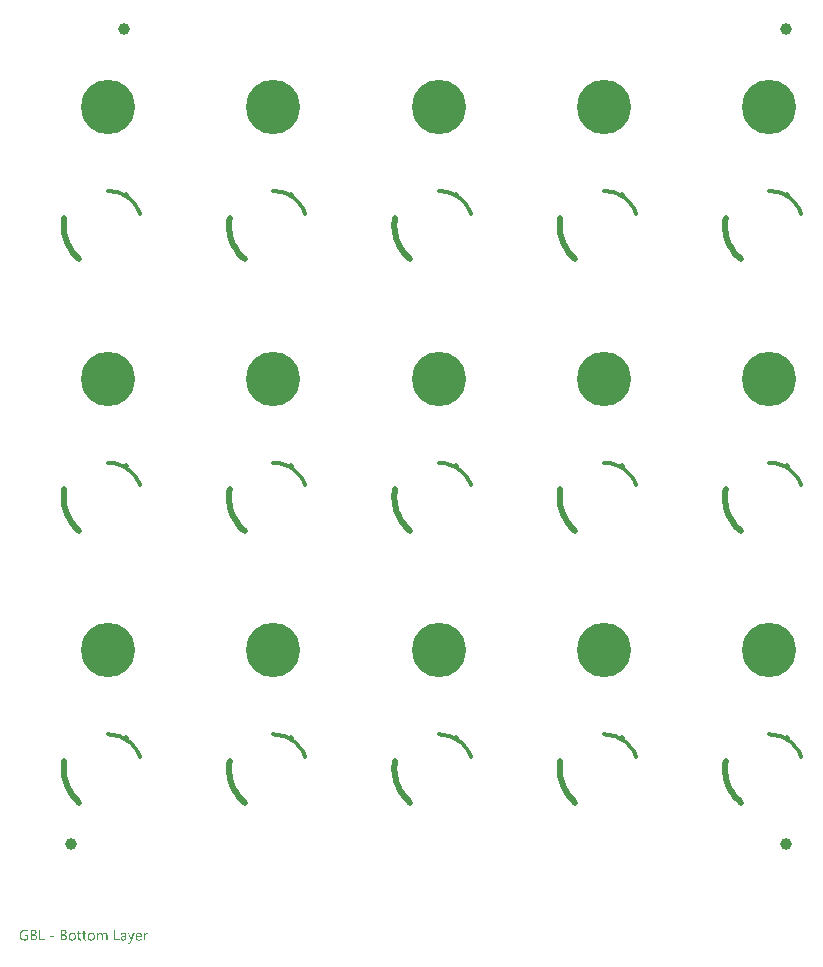
<source format=gbl>
G04*
G04 #@! TF.GenerationSoftware,Altium Limited,Altium Designer,22.11.1 (43)*
G04*
G04 Layer_Physical_Order=2*
G04 Layer_Color=16711680*
%FSLAX44Y44*%
%MOMM*%
G71*
G04*
G04 #@! TF.SameCoordinates,A5472EDE-B7E4-43DC-9BD9-ACA13087276E*
G04*
G04*
G04 #@! TF.FilePolarity,Positive*
G04*
G01*
G75*
%ADD12C,1.0000*%
%ADD13C,0.5000*%
%ADD15C,0.3500*%
%ADD16C,0.5000*%
%ADD17C,0.3500*%
%ADD18C,4.6000*%
G36*
X26144Y-32441D02*
X26270Y-32449D01*
X26419Y-32457D01*
X26576Y-32472D01*
X26756Y-32496D01*
X26945Y-32519D01*
X27141Y-32551D01*
X27345Y-32590D01*
X27549Y-32637D01*
X27753Y-32692D01*
X27957Y-32755D01*
X28161Y-32825D01*
X28349Y-32912D01*
X28349Y-34065D01*
X28334Y-34058D01*
X28302Y-34034D01*
X28240Y-34003D01*
X28161Y-33956D01*
X28051Y-33909D01*
X27926Y-33846D01*
X27784Y-33791D01*
X27620Y-33720D01*
X27447Y-33657D01*
X27251Y-33595D01*
X27039Y-33540D01*
X26811Y-33493D01*
X26568Y-33445D01*
X26317Y-33414D01*
X26058Y-33391D01*
X25783Y-33383D01*
X25720Y-33383D01*
X25642Y-33391D01*
X25532Y-33398D01*
X25406Y-33414D01*
X25257Y-33438D01*
X25092Y-33469D01*
X24912Y-33508D01*
X24723Y-33563D01*
X24527Y-33634D01*
X24323Y-33720D01*
X24111Y-33822D01*
X23907Y-33940D01*
X23711Y-34073D01*
X23515Y-34238D01*
X23326Y-34419D01*
X23319Y-34427D01*
X23287Y-34466D01*
X23240Y-34521D01*
X23177Y-34607D01*
X23107Y-34709D01*
X23020Y-34827D01*
X22934Y-34976D01*
X22848Y-35141D01*
X22761Y-35321D01*
X22675Y-35525D01*
X22589Y-35745D01*
X22518Y-35981D01*
X22455Y-36232D01*
X22408Y-36498D01*
X22377Y-36789D01*
X22369Y-37087D01*
X22369Y-37095D01*
X22369Y-37103D01*
X22369Y-37126D01*
X22369Y-37158D01*
X22369Y-37205D01*
X22377Y-37252D01*
X22385Y-37370D01*
X22392Y-37511D01*
X22416Y-37676D01*
X22439Y-37856D01*
X22479Y-38053D01*
X22526Y-38265D01*
X22589Y-38484D01*
X22659Y-38704D01*
X22746Y-38932D01*
X22848Y-39151D01*
X22965Y-39363D01*
X23099Y-39567D01*
X23256Y-39756D01*
X23264Y-39764D01*
X23295Y-39795D01*
X23350Y-39842D01*
X23421Y-39905D01*
X23507Y-39976D01*
X23617Y-40062D01*
X23742Y-40148D01*
X23891Y-40234D01*
X24056Y-40329D01*
X24237Y-40415D01*
X24433Y-40493D01*
X24653Y-40572D01*
X24880Y-40635D01*
X25132Y-40682D01*
X25391Y-40713D01*
X25673Y-40721D01*
X25775Y-40721D01*
X25846Y-40713D01*
X25940Y-40705D01*
X26042Y-40697D01*
X26160Y-40690D01*
X26293Y-40666D01*
X26427Y-40650D01*
X26576Y-40619D01*
X26874Y-40548D01*
X27031Y-40501D01*
X27180Y-40438D01*
X27329Y-40376D01*
X27478Y-40305D01*
X27478Y-37801D01*
X25524Y-37801D01*
X25524Y-36852D01*
X28530Y-36852D01*
X28530Y-40902D01*
X28514Y-40909D01*
X28467Y-40933D01*
X28397Y-40972D01*
X28295Y-41019D01*
X28169Y-41074D01*
X28020Y-41137D01*
X27847Y-41208D01*
X27651Y-41278D01*
X27439Y-41349D01*
X27204Y-41420D01*
X26960Y-41482D01*
X26701Y-41537D01*
X26427Y-41584D01*
X26136Y-41624D01*
X25846Y-41647D01*
X25540Y-41655D01*
X25453Y-41655D01*
X25414Y-41647D01*
X25359Y-41647D01*
X25296Y-41639D01*
X25226Y-41639D01*
X25061Y-41616D01*
X24873Y-41592D01*
X24669Y-41553D01*
X24441Y-41498D01*
X24198Y-41435D01*
X23946Y-41357D01*
X23688Y-41255D01*
X23428Y-41137D01*
X23169Y-40996D01*
X22918Y-40831D01*
X22675Y-40643D01*
X22447Y-40431D01*
X22432Y-40415D01*
X22400Y-40376D01*
X22338Y-40305D01*
X22267Y-40203D01*
X22173Y-40085D01*
X22078Y-39936D01*
X21969Y-39756D01*
X21859Y-39560D01*
X21749Y-39340D01*
X21639Y-39089D01*
X21545Y-38822D01*
X21451Y-38531D01*
X21380Y-38225D01*
X21317Y-37888D01*
X21286Y-37534D01*
X21270Y-37166D01*
X21270Y-37158D01*
X21270Y-37142D01*
X21270Y-37111D01*
X21270Y-37071D01*
X21278Y-37024D01*
X21278Y-36962D01*
X21286Y-36899D01*
X21294Y-36820D01*
X21302Y-36734D01*
X21309Y-36648D01*
X21341Y-36444D01*
X21380Y-36208D01*
X21435Y-35965D01*
X21505Y-35698D01*
X21592Y-35423D01*
X21694Y-35141D01*
X21820Y-34858D01*
X21976Y-34576D01*
X22149Y-34293D01*
X22353Y-34026D01*
X22581Y-33767D01*
X22596Y-33751D01*
X22644Y-33712D01*
X22714Y-33642D01*
X22816Y-33555D01*
X22950Y-33461D01*
X23099Y-33343D01*
X23279Y-33226D01*
X23491Y-33100D01*
X23719Y-32975D01*
X23970Y-32857D01*
X24237Y-32739D01*
X24535Y-32645D01*
X24849Y-32559D01*
X25179Y-32488D01*
X25532Y-32449D01*
X25901Y-32433D01*
X26042Y-32433D01*
X26144Y-32441D01*
X26144Y-32441D02*
G37*
G36*
X93768Y-34992D02*
X93815Y-34992D01*
X93870Y-34999D01*
X94003Y-35023D01*
X94160Y-35062D01*
X94341Y-35117D01*
X94529Y-35203D01*
X94725Y-35306D01*
X94827Y-35376D01*
X94921Y-35447D01*
X95015Y-35525D01*
X95110Y-35619D01*
X95204Y-35721D01*
X95290Y-35831D01*
X95369Y-35949D01*
X95447Y-36083D01*
X95518Y-36224D01*
X95581Y-36381D01*
X95636Y-36546D01*
X95690Y-36726D01*
X95722Y-36915D01*
X95753Y-37126D01*
X95769Y-37346D01*
X95777Y-37582D01*
X95777Y-41506D01*
X94756Y-41506D01*
X94756Y-37848D01*
X94756Y-37833D01*
X94756Y-37801D01*
X94756Y-37747D01*
X94749Y-37676D01*
X94749Y-37589D01*
X94741Y-37487D01*
X94733Y-37378D01*
X94717Y-37260D01*
X94678Y-37009D01*
X94615Y-36758D01*
X94584Y-36632D01*
X94537Y-36522D01*
X94482Y-36412D01*
X94427Y-36318D01*
X94427Y-36310D01*
X94411Y-36295D01*
X94396Y-36271D01*
X94364Y-36247D01*
X94333Y-36208D01*
X94286Y-36169D01*
X94231Y-36130D01*
X94168Y-36083D01*
X94097Y-36035D01*
X94019Y-35996D01*
X93925Y-35957D01*
X93830Y-35918D01*
X93721Y-35894D01*
X93595Y-35871D01*
X93469Y-35855D01*
X93328Y-35847D01*
X93265Y-35847D01*
X93218Y-35855D01*
X93163Y-35863D01*
X93101Y-35879D01*
X92943Y-35918D01*
X92857Y-35949D01*
X92771Y-35996D01*
X92677Y-36043D01*
X92590Y-36098D01*
X92496Y-36169D01*
X92402Y-36247D01*
X92308Y-36342D01*
X92221Y-36444D01*
X92214Y-36451D01*
X92206Y-36467D01*
X92182Y-36506D01*
X92151Y-36546D01*
X92119Y-36608D01*
X92080Y-36679D01*
X92033Y-36758D01*
X91994Y-36844D01*
X91955Y-36946D01*
X91908Y-37056D01*
X91868Y-37174D01*
X91837Y-37299D01*
X91805Y-37432D01*
X91790Y-37574D01*
X91774Y-37715D01*
X91766Y-37872D01*
X91766Y-41506D01*
X90746Y-41506D01*
X90746Y-37723D01*
X90746Y-37715D01*
X90746Y-37699D01*
X90746Y-37676D01*
X90746Y-37644D01*
X90738Y-37597D01*
X90738Y-37550D01*
X90722Y-37432D01*
X90699Y-37291D01*
X90667Y-37126D01*
X90628Y-36962D01*
X90565Y-36781D01*
X90487Y-36608D01*
X90393Y-36444D01*
X90275Y-36279D01*
X90134Y-36137D01*
X89969Y-36020D01*
X89875Y-35973D01*
X89773Y-35926D01*
X89663Y-35894D01*
X89553Y-35871D01*
X89427Y-35855D01*
X89294Y-35847D01*
X89231Y-35847D01*
X89184Y-35855D01*
X89121Y-35863D01*
X89058Y-35879D01*
X88902Y-35918D01*
X88815Y-35949D01*
X88729Y-35988D01*
X88635Y-36028D01*
X88540Y-36083D01*
X88446Y-36153D01*
X88352Y-36224D01*
X88266Y-36310D01*
X88179Y-36412D01*
X88172Y-36420D01*
X88164Y-36436D01*
X88140Y-36467D01*
X88109Y-36514D01*
X88077Y-36569D01*
X88046Y-36632D01*
X88007Y-36710D01*
X87968Y-36805D01*
X87920Y-36907D01*
X87881Y-37016D01*
X87850Y-37134D01*
X87818Y-37260D01*
X87787Y-37401D01*
X87763Y-37550D01*
X87756Y-37707D01*
X87748Y-37872D01*
X87748Y-41506D01*
X86727Y-41506D01*
X86727Y-35133D01*
X87748Y-35133D01*
X87748Y-36145D01*
X87771Y-36145D01*
X87779Y-36130D01*
X87803Y-36098D01*
X87842Y-36035D01*
X87897Y-35965D01*
X87968Y-35879D01*
X88054Y-35777D01*
X88156Y-35674D01*
X88274Y-35564D01*
X88407Y-35455D01*
X88556Y-35353D01*
X88721Y-35251D01*
X88894Y-35164D01*
X89090Y-35094D01*
X89302Y-35031D01*
X89522Y-34999D01*
X89757Y-34984D01*
X89820Y-34984D01*
X89867Y-34992D01*
X89922Y-34992D01*
X89992Y-34999D01*
X90063Y-35015D01*
X90142Y-35031D01*
X90322Y-35070D01*
X90510Y-35141D01*
X90699Y-35227D01*
X90793Y-35290D01*
X90887Y-35353D01*
X90895Y-35361D01*
X90911Y-35368D01*
X90934Y-35392D01*
X90966Y-35415D01*
X91052Y-35502D01*
X91154Y-35604D01*
X91264Y-35745D01*
X91374Y-35910D01*
X91476Y-36098D01*
X91554Y-36310D01*
X91562Y-36295D01*
X91586Y-36255D01*
X91633Y-36185D01*
X91688Y-36106D01*
X91766Y-36004D01*
X91853Y-35886D01*
X91962Y-35769D01*
X92088Y-35643D01*
X92229Y-35525D01*
X92386Y-35400D01*
X92559Y-35290D01*
X92747Y-35188D01*
X92959Y-35109D01*
X93179Y-35039D01*
X93422Y-34999D01*
X93673Y-34984D01*
X93728Y-34984D01*
X93768Y-34992D01*
X93768Y-34992D02*
G37*
G36*
X129369Y-35031D02*
X129455Y-35031D01*
X129549Y-35047D01*
X129651Y-35062D01*
X129753Y-35078D01*
X129840Y-35109D01*
X129840Y-36169D01*
X129824Y-36161D01*
X129793Y-36137D01*
X129730Y-36106D01*
X129644Y-36067D01*
X129526Y-36028D01*
X129400Y-35996D01*
X129243Y-35973D01*
X129063Y-35965D01*
X129000Y-35965D01*
X128953Y-35973D01*
X128898Y-35981D01*
X128835Y-35996D01*
X128686Y-36043D01*
X128600Y-36075D01*
X128513Y-36114D01*
X128419Y-36169D01*
X128325Y-36224D01*
X128239Y-36295D01*
X128145Y-36381D01*
X128058Y-36475D01*
X127972Y-36585D01*
X127964Y-36593D01*
X127956Y-36616D01*
X127933Y-36648D01*
X127901Y-36695D01*
X127870Y-36758D01*
X127830Y-36836D01*
X127791Y-36922D01*
X127752Y-37024D01*
X127713Y-37134D01*
X127674Y-37260D01*
X127634Y-37401D01*
X127603Y-37550D01*
X127571Y-37715D01*
X127548Y-37888D01*
X127540Y-38068D01*
X127532Y-38265D01*
X127532Y-41506D01*
X126512Y-41506D01*
X126512Y-35133D01*
X127532Y-35133D01*
X127532Y-36451D01*
X127556Y-36451D01*
X127556Y-36444D01*
X127564Y-36420D01*
X127579Y-36389D01*
X127595Y-36342D01*
X127619Y-36287D01*
X127650Y-36216D01*
X127721Y-36067D01*
X127815Y-35894D01*
X127933Y-35721D01*
X128066Y-35557D01*
X128223Y-35400D01*
X128231Y-35392D01*
X128246Y-35384D01*
X128270Y-35368D01*
X128301Y-35337D01*
X128341Y-35313D01*
X128396Y-35282D01*
X128513Y-35211D01*
X128663Y-35141D01*
X128835Y-35078D01*
X129024Y-35039D01*
X129125Y-35031D01*
X129228Y-35023D01*
X129290Y-35023D01*
X129369Y-35031D01*
X129369Y-35031D02*
G37*
G36*
X50522Y-38359D02*
X47123Y-38359D01*
X47123Y-37558D01*
X50522Y-37558D01*
X50522Y-38359D01*
X50522Y-38359D02*
G37*
G36*
X115822Y-42526D02*
X115822Y-42534D01*
X115814Y-42550D01*
X115799Y-42573D01*
X115783Y-42613D01*
X115767Y-42660D01*
X115744Y-42707D01*
X115681Y-42832D01*
X115595Y-42982D01*
X115500Y-43154D01*
X115383Y-43327D01*
X115249Y-43515D01*
X115100Y-43696D01*
X114935Y-43876D01*
X114755Y-44049D01*
X114558Y-44198D01*
X114347Y-44324D01*
X114237Y-44371D01*
X114119Y-44418D01*
X114001Y-44457D01*
X113876Y-44481D01*
X113750Y-44496D01*
X113617Y-44504D01*
X113554Y-44504D01*
X113475Y-44496D01*
X113381Y-44496D01*
X113279Y-44481D01*
X113169Y-44465D01*
X113052Y-44449D01*
X112950Y-44418D01*
X112950Y-43507D01*
X112965Y-43515D01*
X113005Y-43523D01*
X113067Y-43539D01*
X113146Y-43562D01*
X113240Y-43586D01*
X113342Y-43601D01*
X113452Y-43609D01*
X113554Y-43617D01*
X113585Y-43617D01*
X113625Y-43609D01*
X113680Y-43601D01*
X113742Y-43586D01*
X113821Y-43570D01*
X113899Y-43539D01*
X113993Y-43499D01*
X114080Y-43452D01*
X114182Y-43390D01*
X114276Y-43319D01*
X114370Y-43233D01*
X114464Y-43123D01*
X114558Y-43005D01*
X114637Y-42864D01*
X114715Y-42699D01*
X115226Y-41498D01*
X112738Y-35133D01*
X113868Y-35133D01*
X115595Y-40038D01*
X115595Y-40046D01*
X115602Y-40062D01*
X115610Y-40085D01*
X115626Y-40132D01*
X115642Y-40195D01*
X115657Y-40282D01*
X115689Y-40391D01*
X115720Y-40525D01*
X115759Y-40525D01*
X115759Y-40517D01*
X115767Y-40493D01*
X115775Y-40462D01*
X115791Y-40407D01*
X115807Y-40344D01*
X115822Y-40266D01*
X115854Y-40164D01*
X115885Y-40054D01*
X117698Y-35133D01*
X118750Y-35133D01*
X115822Y-42526D01*
X115822Y-42526D02*
G37*
G36*
X109606Y-34992D02*
X109661Y-34992D01*
X109716Y-34999D01*
X109787Y-35007D01*
X109865Y-35023D01*
X110030Y-35054D01*
X110226Y-35109D01*
X110422Y-35180D01*
X110634Y-35282D01*
X110846Y-35408D01*
X110948Y-35478D01*
X111050Y-35564D01*
X111144Y-35659D01*
X111239Y-35753D01*
X111325Y-35863D01*
X111403Y-35988D01*
X111482Y-36114D01*
X111552Y-36255D01*
X111608Y-36412D01*
X111662Y-36577D01*
X111702Y-36750D01*
X111733Y-36946D01*
X111749Y-37142D01*
X111757Y-37362D01*
X111757Y-41506D01*
X110736Y-41506D01*
X110736Y-40517D01*
X110713Y-40517D01*
X110705Y-40533D01*
X110681Y-40564D01*
X110642Y-40619D01*
X110587Y-40697D01*
X110517Y-40784D01*
X110430Y-40878D01*
X110336Y-40980D01*
X110218Y-41082D01*
X110085Y-41192D01*
X109944Y-41294D01*
X109779Y-41388D01*
X109606Y-41474D01*
X109410Y-41553D01*
X109206Y-41608D01*
X108986Y-41639D01*
X108751Y-41655D01*
X108656Y-41655D01*
X108594Y-41647D01*
X108515Y-41639D01*
X108421Y-41631D01*
X108319Y-41616D01*
X108209Y-41592D01*
X107966Y-41529D01*
X107848Y-41490D01*
X107722Y-41443D01*
X107597Y-41388D01*
X107479Y-41318D01*
X107369Y-41239D01*
X107259Y-41153D01*
X107252Y-41145D01*
X107236Y-41129D01*
X107212Y-41098D01*
X107173Y-41059D01*
X107134Y-41012D01*
X107094Y-40949D01*
X107040Y-40878D01*
X106993Y-40800D01*
X106945Y-40705D01*
X106898Y-40603D01*
X106851Y-40493D01*
X106812Y-40376D01*
X106773Y-40250D01*
X106749Y-40117D01*
X106734Y-39968D01*
X106726Y-39818D01*
X106726Y-39811D01*
X106726Y-39795D01*
X106726Y-39771D01*
X106734Y-39740D01*
X106734Y-39701D01*
X106741Y-39654D01*
X106757Y-39536D01*
X106788Y-39395D01*
X106835Y-39238D01*
X106898Y-39065D01*
X106993Y-38884D01*
X107102Y-38704D01*
X107236Y-38523D01*
X107322Y-38437D01*
X107409Y-38351D01*
X107510Y-38265D01*
X107612Y-38186D01*
X107730Y-38108D01*
X107856Y-38037D01*
X107989Y-37974D01*
X108138Y-37911D01*
X108295Y-37856D01*
X108460Y-37809D01*
X108641Y-37770D01*
X108829Y-37739D01*
X110736Y-37472D01*
X110736Y-37464D01*
X110736Y-37456D01*
X110736Y-37432D01*
X110736Y-37401D01*
X110728Y-37323D01*
X110713Y-37221D01*
X110697Y-37095D01*
X110666Y-36954D01*
X110626Y-36813D01*
X110571Y-36655D01*
X110501Y-36506D01*
X110414Y-36357D01*
X110312Y-36224D01*
X110187Y-36098D01*
X110030Y-35996D01*
X109857Y-35918D01*
X109763Y-35886D01*
X109653Y-35863D01*
X109543Y-35855D01*
X109426Y-35847D01*
X109371Y-35847D01*
X109316Y-35855D01*
X109229Y-35863D01*
X109127Y-35871D01*
X109010Y-35886D01*
X108876Y-35910D01*
X108735Y-35941D01*
X108578Y-35988D01*
X108413Y-36035D01*
X108240Y-36098D01*
X108060Y-36177D01*
X107879Y-36271D01*
X107699Y-36373D01*
X107518Y-36491D01*
X107346Y-36632D01*
X107346Y-35588D01*
X107353Y-35580D01*
X107385Y-35564D01*
X107440Y-35533D01*
X107510Y-35494D01*
X107605Y-35447D01*
X107707Y-35400D01*
X107832Y-35345D01*
X107974Y-35282D01*
X108123Y-35227D01*
X108287Y-35172D01*
X108468Y-35125D01*
X108656Y-35078D01*
X108861Y-35039D01*
X109065Y-35007D01*
X109284Y-34992D01*
X109512Y-34984D01*
X109567Y-34984D01*
X109606Y-34992D01*
X109606Y-34992D02*
G37*
G36*
X102385Y-40564D02*
X105972Y-40564D01*
X105972Y-41506D01*
X101341Y-41506D01*
X101341Y-32582D01*
X102385Y-32582D01*
X102385Y-40564D01*
X102385Y-40564D02*
G37*
G36*
X58716Y-32590D02*
X58810Y-32598D01*
X58920Y-32613D01*
X59045Y-32629D01*
X59187Y-32653D01*
X59328Y-32684D01*
X59477Y-32723D01*
X59634Y-32770D01*
X59783Y-32825D01*
X59940Y-32888D01*
X60081Y-32967D01*
X60223Y-33053D01*
X60356Y-33155D01*
X60364Y-33163D01*
X60388Y-33179D01*
X60419Y-33210D01*
X60458Y-33257D01*
X60513Y-33312D01*
X60568Y-33383D01*
X60631Y-33461D01*
X60694Y-33547D01*
X60756Y-33649D01*
X60819Y-33759D01*
X60874Y-33885D01*
X60929Y-34011D01*
X60968Y-34152D01*
X61000Y-34301D01*
X61023Y-34458D01*
X61031Y-34623D01*
X61031Y-34631D01*
X61031Y-34654D01*
X61031Y-34693D01*
X61023Y-34748D01*
X61015Y-34819D01*
X61007Y-34890D01*
X61000Y-34976D01*
X60984Y-35070D01*
X60929Y-35282D01*
X60858Y-35502D01*
X60811Y-35619D01*
X60756Y-35729D01*
X60694Y-35839D01*
X60623Y-35949D01*
X60615Y-35957D01*
X60607Y-35973D01*
X60584Y-36004D01*
X60545Y-36043D01*
X60505Y-36083D01*
X60458Y-36137D01*
X60395Y-36192D01*
X60333Y-36255D01*
X60254Y-36318D01*
X60168Y-36389D01*
X60074Y-36451D01*
X59971Y-36522D01*
X59862Y-36585D01*
X59752Y-36640D01*
X59493Y-36742D01*
X59493Y-36765D01*
X59501Y-36765D01*
X59532Y-36773D01*
X59579Y-36781D01*
X59642Y-36789D01*
X59720Y-36805D01*
X59807Y-36828D01*
X59909Y-36860D01*
X60011Y-36891D01*
X60238Y-36977D01*
X60364Y-37032D01*
X60482Y-37103D01*
X60599Y-37174D01*
X60717Y-37252D01*
X60835Y-37346D01*
X60937Y-37448D01*
X60945Y-37456D01*
X60960Y-37472D01*
X60984Y-37503D01*
X61023Y-37550D01*
X61062Y-37613D01*
X61110Y-37676D01*
X61157Y-37762D01*
X61212Y-37848D01*
X61259Y-37950D01*
X61306Y-38068D01*
X61353Y-38186D01*
X61392Y-38319D01*
X61431Y-38468D01*
X61455Y-38618D01*
X61471Y-38775D01*
X61479Y-38947D01*
X61479Y-38963D01*
X61479Y-38994D01*
X61471Y-39057D01*
X61463Y-39136D01*
X61455Y-39238D01*
X61431Y-39348D01*
X61408Y-39473D01*
X61376Y-39607D01*
X61329Y-39756D01*
X61274Y-39905D01*
X61212Y-40054D01*
X61133Y-40211D01*
X61039Y-40368D01*
X60929Y-40517D01*
X60803Y-40658D01*
X60654Y-40800D01*
X60647Y-40807D01*
X60615Y-40831D01*
X60568Y-40862D01*
X60505Y-40909D01*
X60427Y-40964D01*
X60325Y-41019D01*
X60215Y-41090D01*
X60089Y-41153D01*
X59940Y-41216D01*
X59783Y-41278D01*
X59618Y-41341D01*
X59430Y-41396D01*
X59234Y-41443D01*
X59030Y-41474D01*
X58810Y-41498D01*
X58582Y-41506D01*
X55984Y-41506D01*
X55984Y-32582D01*
X58629Y-32582D01*
X58716Y-32590D01*
X58716Y-32590D02*
G37*
G36*
X38953Y-40564D02*
X42540Y-40564D01*
X42540Y-41506D01*
X37909Y-41506D01*
X37909Y-32582D01*
X38953Y-32582D01*
X38953Y-40564D01*
X38953Y-40564D02*
G37*
G36*
X33333Y-32590D02*
X33428Y-32598D01*
X33537Y-32613D01*
X33663Y-32629D01*
X33804Y-32653D01*
X33946Y-32684D01*
X34095Y-32723D01*
X34252Y-32770D01*
X34401Y-32825D01*
X34558Y-32888D01*
X34699Y-32967D01*
X34840Y-33053D01*
X34974Y-33155D01*
X34982Y-33163D01*
X35005Y-33179D01*
X35036Y-33210D01*
X35076Y-33257D01*
X35131Y-33312D01*
X35186Y-33383D01*
X35248Y-33461D01*
X35311Y-33547D01*
X35374Y-33649D01*
X35437Y-33759D01*
X35492Y-33885D01*
X35547Y-34011D01*
X35586Y-34152D01*
X35617Y-34301D01*
X35641Y-34458D01*
X35649Y-34623D01*
X35649Y-34631D01*
X35649Y-34654D01*
X35649Y-34693D01*
X35641Y-34748D01*
X35633Y-34819D01*
X35625Y-34890D01*
X35617Y-34976D01*
X35602Y-35070D01*
X35547Y-35282D01*
X35476Y-35502D01*
X35429Y-35619D01*
X35374Y-35729D01*
X35311Y-35839D01*
X35241Y-35949D01*
X35233Y-35957D01*
X35225Y-35973D01*
X35201Y-36004D01*
X35162Y-36043D01*
X35123Y-36083D01*
X35076Y-36137D01*
X35013Y-36192D01*
X34950Y-36255D01*
X34872Y-36318D01*
X34785Y-36389D01*
X34691Y-36451D01*
X34589Y-36522D01*
X34479Y-36585D01*
X34369Y-36640D01*
X34110Y-36742D01*
X34110Y-36765D01*
X34118Y-36765D01*
X34150Y-36773D01*
X34197Y-36781D01*
X34260Y-36789D01*
X34338Y-36805D01*
X34424Y-36828D01*
X34526Y-36860D01*
X34628Y-36891D01*
X34856Y-36977D01*
X34982Y-37032D01*
X35099Y-37103D01*
X35217Y-37174D01*
X35335Y-37252D01*
X35452Y-37346D01*
X35554Y-37448D01*
X35562Y-37456D01*
X35578Y-37472D01*
X35602Y-37503D01*
X35641Y-37550D01*
X35680Y-37613D01*
X35727Y-37676D01*
X35774Y-37762D01*
X35829Y-37848D01*
X35876Y-37950D01*
X35923Y-38068D01*
X35970Y-38186D01*
X36010Y-38319D01*
X36049Y-38468D01*
X36072Y-38618D01*
X36088Y-38775D01*
X36096Y-38947D01*
X36096Y-38963D01*
X36096Y-38994D01*
X36088Y-39057D01*
X36080Y-39136D01*
X36072Y-39238D01*
X36049Y-39348D01*
X36026Y-39473D01*
X35994Y-39607D01*
X35947Y-39756D01*
X35892Y-39905D01*
X35829Y-40054D01*
X35751Y-40211D01*
X35657Y-40368D01*
X35547Y-40517D01*
X35421Y-40658D01*
X35272Y-40800D01*
X35264Y-40807D01*
X35233Y-40831D01*
X35186Y-40862D01*
X35123Y-40909D01*
X35044Y-40964D01*
X34942Y-41019D01*
X34832Y-41090D01*
X34707Y-41153D01*
X34558Y-41216D01*
X34401Y-41278D01*
X34236Y-41341D01*
X34048Y-41396D01*
X33851Y-41443D01*
X33647Y-41474D01*
X33428Y-41498D01*
X33200Y-41506D01*
X30602Y-41506D01*
X30602Y-32582D01*
X33247Y-32582D01*
X33333Y-32590D01*
X33333Y-32590D02*
G37*
G36*
X76289Y-35133D02*
X77898Y-35133D01*
X77898Y-36012D01*
X76289Y-36012D01*
X76289Y-39599D01*
X76289Y-39607D01*
X76289Y-39630D01*
X76289Y-39662D01*
X76289Y-39701D01*
X76297Y-39756D01*
X76304Y-39818D01*
X76320Y-39952D01*
X76344Y-40109D01*
X76383Y-40258D01*
X76438Y-40399D01*
X76469Y-40462D01*
X76508Y-40517D01*
X76516Y-40525D01*
X76548Y-40556D01*
X76603Y-40603D01*
X76681Y-40650D01*
X76783Y-40705D01*
X76909Y-40745D01*
X77058Y-40776D01*
X77231Y-40792D01*
X77293Y-40792D01*
X77364Y-40784D01*
X77458Y-40768D01*
X77560Y-40737D01*
X77678Y-40705D01*
X77788Y-40650D01*
X77898Y-40580D01*
X77898Y-41451D01*
X77890Y-41451D01*
X77882Y-41459D01*
X77859Y-41467D01*
X77835Y-41482D01*
X77749Y-41514D01*
X77647Y-41545D01*
X77505Y-41577D01*
X77340Y-41608D01*
X77152Y-41631D01*
X76940Y-41639D01*
X76870Y-41639D01*
X76783Y-41624D01*
X76681Y-41608D01*
X76556Y-41584D01*
X76414Y-41537D01*
X76257Y-41482D01*
X76108Y-41404D01*
X75951Y-41310D01*
X75794Y-41184D01*
X75653Y-41035D01*
X75590Y-40949D01*
X75528Y-40855D01*
X75472Y-40753D01*
X75425Y-40643D01*
X75378Y-40525D01*
X75339Y-40391D01*
X75308Y-40258D01*
X75284Y-40109D01*
X75276Y-39952D01*
X75269Y-39779D01*
X75269Y-36012D01*
X74177Y-36012D01*
X74177Y-35133D01*
X75269Y-35133D01*
X75269Y-33579D01*
X76289Y-33249D01*
X76289Y-35133D01*
X76289Y-35133D02*
G37*
G36*
X71972Y-35133D02*
X73581Y-35133D01*
X73581Y-36012D01*
X71972Y-36012D01*
X71972Y-39599D01*
X71972Y-39607D01*
X71972Y-39630D01*
X71972Y-39662D01*
X71972Y-39701D01*
X71980Y-39756D01*
X71988Y-39818D01*
X72003Y-39952D01*
X72027Y-40109D01*
X72066Y-40258D01*
X72121Y-40399D01*
X72153Y-40462D01*
X72192Y-40517D01*
X72200Y-40525D01*
X72231Y-40556D01*
X72286Y-40603D01*
X72365Y-40650D01*
X72467Y-40705D01*
X72592Y-40745D01*
X72741Y-40776D01*
X72914Y-40792D01*
X72977Y-40792D01*
X73047Y-40784D01*
X73141Y-40768D01*
X73243Y-40737D01*
X73361Y-40705D01*
X73471Y-40650D01*
X73581Y-40580D01*
X73581Y-41451D01*
X73573Y-41451D01*
X73565Y-41459D01*
X73542Y-41467D01*
X73518Y-41482D01*
X73432Y-41514D01*
X73330Y-41545D01*
X73189Y-41577D01*
X73024Y-41608D01*
X72835Y-41631D01*
X72624Y-41639D01*
X72553Y-41639D01*
X72467Y-41624D01*
X72365Y-41608D01*
X72239Y-41584D01*
X72098Y-41537D01*
X71941Y-41482D01*
X71792Y-41404D01*
X71635Y-41310D01*
X71478Y-41184D01*
X71336Y-41035D01*
X71273Y-40949D01*
X71211Y-40855D01*
X71156Y-40753D01*
X71109Y-40643D01*
X71062Y-40525D01*
X71022Y-40391D01*
X70991Y-40258D01*
X70967Y-40109D01*
X70960Y-39952D01*
X70952Y-39779D01*
X70952Y-36012D01*
X69861Y-36012D01*
X69861Y-35133D01*
X70952Y-35133D01*
X70952Y-33579D01*
X71972Y-33249D01*
X71972Y-35133D01*
X71972Y-35133D02*
G37*
G36*
X122470Y-34992D02*
X122556Y-34999D01*
X122666Y-35007D01*
X122784Y-35023D01*
X122917Y-35054D01*
X123059Y-35086D01*
X123216Y-35125D01*
X123372Y-35180D01*
X123530Y-35251D01*
X123694Y-35329D01*
X123851Y-35423D01*
X124000Y-35533D01*
X124150Y-35659D01*
X124283Y-35800D01*
X124291Y-35808D01*
X124314Y-35839D01*
X124346Y-35886D01*
X124393Y-35949D01*
X124440Y-36028D01*
X124503Y-36130D01*
X124565Y-36247D01*
X124628Y-36381D01*
X124691Y-36538D01*
X124754Y-36703D01*
X124817Y-36891D01*
X124864Y-37087D01*
X124911Y-37307D01*
X124942Y-37534D01*
X124966Y-37786D01*
X124974Y-38045D01*
X124974Y-38578D01*
X120469Y-38578D01*
X120469Y-38594D01*
X120469Y-38626D01*
X120476Y-38680D01*
X120484Y-38751D01*
X120492Y-38845D01*
X120508Y-38947D01*
X120524Y-39057D01*
X120555Y-39183D01*
X120625Y-39450D01*
X120673Y-39583D01*
X120728Y-39724D01*
X120790Y-39858D01*
X120861Y-39991D01*
X120947Y-40109D01*
X121041Y-40227D01*
X121049Y-40234D01*
X121065Y-40250D01*
X121096Y-40282D01*
X121144Y-40313D01*
X121199Y-40360D01*
X121269Y-40407D01*
X121348Y-40462D01*
X121434Y-40509D01*
X121536Y-40564D01*
X121654Y-40619D01*
X121771Y-40666D01*
X121913Y-40713D01*
X122054Y-40745D01*
X122211Y-40776D01*
X122376Y-40792D01*
X122548Y-40800D01*
X122596Y-40800D01*
X122650Y-40792D01*
X122729Y-40792D01*
X122823Y-40776D01*
X122933Y-40760D01*
X123059Y-40737D01*
X123200Y-40713D01*
X123349Y-40674D01*
X123506Y-40627D01*
X123671Y-40572D01*
X123836Y-40501D01*
X124008Y-40423D01*
X124181Y-40329D01*
X124354Y-40219D01*
X124526Y-40093D01*
X124526Y-41051D01*
X124518Y-41059D01*
X124487Y-41074D01*
X124440Y-41106D01*
X124377Y-41145D01*
X124291Y-41192D01*
X124189Y-41239D01*
X124071Y-41294D01*
X123938Y-41349D01*
X123781Y-41412D01*
X123616Y-41467D01*
X123435Y-41514D01*
X123239Y-41561D01*
X123027Y-41600D01*
X122800Y-41631D01*
X122556Y-41647D01*
X122305Y-41655D01*
X122242Y-41655D01*
X122179Y-41647D01*
X122085Y-41639D01*
X121968Y-41631D01*
X121834Y-41608D01*
X121693Y-41584D01*
X121536Y-41545D01*
X121371Y-41498D01*
X121199Y-41443D01*
X121018Y-41372D01*
X120845Y-41294D01*
X120665Y-41192D01*
X120500Y-41074D01*
X120335Y-40941D01*
X120186Y-40792D01*
X120178Y-40784D01*
X120155Y-40753D01*
X120115Y-40697D01*
X120068Y-40627D01*
X120006Y-40541D01*
X119943Y-40431D01*
X119872Y-40305D01*
X119801Y-40156D01*
X119731Y-39999D01*
X119660Y-39811D01*
X119597Y-39614D01*
X119535Y-39395D01*
X119487Y-39159D01*
X119448Y-38908D01*
X119425Y-38633D01*
X119417Y-38351D01*
X119417Y-38343D01*
X119417Y-38335D01*
X119417Y-38312D01*
X119417Y-38288D01*
X119425Y-38210D01*
X119432Y-38100D01*
X119440Y-37974D01*
X119464Y-37833D01*
X119487Y-37668D01*
X119519Y-37487D01*
X119566Y-37299D01*
X119621Y-37103D01*
X119691Y-36899D01*
X119770Y-36695D01*
X119864Y-36498D01*
X119982Y-36295D01*
X120107Y-36106D01*
X120257Y-35926D01*
X120265Y-35918D01*
X120296Y-35886D01*
X120343Y-35839D01*
X120406Y-35777D01*
X120492Y-35706D01*
X120594Y-35627D01*
X120704Y-35541D01*
X120837Y-35455D01*
X120979Y-35368D01*
X121144Y-35282D01*
X121316Y-35203D01*
X121497Y-35133D01*
X121693Y-35070D01*
X121905Y-35023D01*
X122125Y-34992D01*
X122352Y-34984D01*
X122407Y-34984D01*
X122470Y-34992D01*
X122470Y-34992D02*
G37*
G36*
X82207Y-34992D02*
X82309Y-34999D01*
X82426Y-35007D01*
X82568Y-35031D01*
X82717Y-35054D01*
X82882Y-35094D01*
X83062Y-35141D01*
X83243Y-35196D01*
X83423Y-35266D01*
X83611Y-35353D01*
X83792Y-35455D01*
X83973Y-35572D01*
X84137Y-35706D01*
X84294Y-35863D01*
X84302Y-35871D01*
X84326Y-35902D01*
X84365Y-35957D01*
X84420Y-36028D01*
X84483Y-36114D01*
X84545Y-36224D01*
X84624Y-36349D01*
X84695Y-36498D01*
X84773Y-36663D01*
X84844Y-36844D01*
X84907Y-37040D01*
X84969Y-37260D01*
X85024Y-37495D01*
X85063Y-37747D01*
X85087Y-38013D01*
X85095Y-38296D01*
X85095Y-38304D01*
X85095Y-38312D01*
X85095Y-38335D01*
X85095Y-38366D01*
X85087Y-38445D01*
X85079Y-38547D01*
X85071Y-38680D01*
X85048Y-38830D01*
X85024Y-38994D01*
X84985Y-39175D01*
X84938Y-39363D01*
X84883Y-39567D01*
X84812Y-39771D01*
X84734Y-39976D01*
X84632Y-40180D01*
X84514Y-40376D01*
X84381Y-40564D01*
X84232Y-40745D01*
X84224Y-40753D01*
X84192Y-40784D01*
X84145Y-40831D01*
X84075Y-40886D01*
X83988Y-40957D01*
X83886Y-41035D01*
X83761Y-41114D01*
X83619Y-41200D01*
X83462Y-41286D01*
X83290Y-41365D01*
X83101Y-41443D01*
X82897Y-41514D01*
X82670Y-41569D01*
X82434Y-41616D01*
X82191Y-41647D01*
X81924Y-41655D01*
X81861Y-41655D01*
X81791Y-41647D01*
X81689Y-41639D01*
X81571Y-41631D01*
X81430Y-41608D01*
X81280Y-41584D01*
X81116Y-41545D01*
X80935Y-41498D01*
X80755Y-41435D01*
X80566Y-41365D01*
X80378Y-41278D01*
X80190Y-41176D01*
X80001Y-41059D01*
X79829Y-40925D01*
X79664Y-40768D01*
X79656Y-40760D01*
X79624Y-40729D01*
X79585Y-40674D01*
X79530Y-40603D01*
X79468Y-40517D01*
X79397Y-40407D01*
X79326Y-40282D01*
X79248Y-40132D01*
X79169Y-39976D01*
X79091Y-39795D01*
X79020Y-39599D01*
X78957Y-39387D01*
X78902Y-39167D01*
X78863Y-38924D01*
X78832Y-38665D01*
X78824Y-38398D01*
X78824Y-38390D01*
X78824Y-38382D01*
X78824Y-38359D01*
X78824Y-38327D01*
X78832Y-38241D01*
X78840Y-38131D01*
X78847Y-37998D01*
X78871Y-37841D01*
X78895Y-37668D01*
X78934Y-37480D01*
X78981Y-37283D01*
X79036Y-37079D01*
X79106Y-36867D01*
X79193Y-36655D01*
X79295Y-36451D01*
X79405Y-36255D01*
X79538Y-36067D01*
X79695Y-35886D01*
X79703Y-35879D01*
X79734Y-35847D01*
X79789Y-35800D01*
X79860Y-35745D01*
X79946Y-35674D01*
X80056Y-35604D01*
X80182Y-35517D01*
X80323Y-35431D01*
X80480Y-35353D01*
X80660Y-35266D01*
X80857Y-35196D01*
X81069Y-35125D01*
X81296Y-35070D01*
X81539Y-35023D01*
X81798Y-34992D01*
X82073Y-34984D01*
X82136Y-34984D01*
X82207Y-34992D01*
X82207Y-34992D02*
G37*
G36*
X66101Y-34992D02*
X66203Y-34999D01*
X66321Y-35007D01*
X66462Y-35031D01*
X66611Y-35054D01*
X66776Y-35094D01*
X66957Y-35141D01*
X67137Y-35196D01*
X67318Y-35266D01*
X67506Y-35353D01*
X67687Y-35455D01*
X67867Y-35572D01*
X68032Y-35706D01*
X68189Y-35863D01*
X68197Y-35871D01*
X68220Y-35902D01*
X68260Y-35957D01*
X68315Y-36028D01*
X68377Y-36114D01*
X68440Y-36224D01*
X68519Y-36349D01*
X68589Y-36498D01*
X68668Y-36663D01*
X68738Y-36844D01*
X68801Y-37040D01*
X68864Y-37260D01*
X68919Y-37495D01*
X68958Y-37747D01*
X68982Y-38013D01*
X68990Y-38296D01*
X68990Y-38304D01*
X68990Y-38312D01*
X68990Y-38335D01*
X68990Y-38366D01*
X68982Y-38445D01*
X68974Y-38547D01*
X68966Y-38680D01*
X68942Y-38830D01*
X68919Y-38994D01*
X68880Y-39175D01*
X68833Y-39363D01*
X68778Y-39567D01*
X68707Y-39771D01*
X68629Y-39976D01*
X68527Y-40180D01*
X68409Y-40376D01*
X68275Y-40564D01*
X68126Y-40745D01*
X68118Y-40753D01*
X68087Y-40784D01*
X68040Y-40831D01*
X67969Y-40886D01*
X67883Y-40957D01*
X67781Y-41035D01*
X67655Y-41114D01*
X67514Y-41200D01*
X67357Y-41286D01*
X67184Y-41365D01*
X66996Y-41443D01*
X66792Y-41514D01*
X66564Y-41569D01*
X66329Y-41616D01*
X66086Y-41647D01*
X65819Y-41655D01*
X65756Y-41655D01*
X65685Y-41647D01*
X65583Y-41639D01*
X65466Y-41631D01*
X65324Y-41608D01*
X65175Y-41584D01*
X65010Y-41545D01*
X64830Y-41498D01*
X64649Y-41435D01*
X64461Y-41365D01*
X64273Y-41278D01*
X64084Y-41176D01*
X63896Y-41059D01*
X63723Y-40925D01*
X63558Y-40768D01*
X63551Y-40760D01*
X63519Y-40729D01*
X63480Y-40674D01*
X63425Y-40603D01*
X63362Y-40517D01*
X63292Y-40407D01*
X63221Y-40282D01*
X63142Y-40132D01*
X63064Y-39976D01*
X62985Y-39795D01*
X62915Y-39599D01*
X62852Y-39387D01*
X62797Y-39167D01*
X62758Y-38924D01*
X62726Y-38665D01*
X62719Y-38398D01*
X62719Y-38390D01*
X62719Y-38382D01*
X62719Y-38359D01*
X62719Y-38327D01*
X62726Y-38241D01*
X62734Y-38131D01*
X62742Y-37998D01*
X62766Y-37841D01*
X62789Y-37668D01*
X62828Y-37480D01*
X62875Y-37283D01*
X62930Y-37079D01*
X63001Y-36867D01*
X63087Y-36655D01*
X63190Y-36451D01*
X63299Y-36255D01*
X63433Y-36067D01*
X63590Y-35886D01*
X63598Y-35879D01*
X63629Y-35847D01*
X63684Y-35800D01*
X63755Y-35745D01*
X63841Y-35674D01*
X63951Y-35604D01*
X64076Y-35517D01*
X64218Y-35431D01*
X64375Y-35353D01*
X64555Y-35266D01*
X64751Y-35196D01*
X64963Y-35125D01*
X65191Y-35070D01*
X65434Y-35023D01*
X65693Y-34992D01*
X65968Y-34984D01*
X66031Y-34984D01*
X66101Y-34992D01*
X66101Y-34992D02*
G37*
%LPC*%
G36*
X110736Y-38288D02*
X109198Y-38500D01*
X109190Y-38500D01*
X109167Y-38508D01*
X109127Y-38508D01*
X109080Y-38516D01*
X109025Y-38531D01*
X108955Y-38547D01*
X108798Y-38578D01*
X108625Y-38626D01*
X108452Y-38688D01*
X108280Y-38767D01*
X108201Y-38806D01*
X108131Y-38853D01*
X108115Y-38869D01*
X108076Y-38900D01*
X108013Y-38963D01*
X107950Y-39057D01*
X107887Y-39183D01*
X107856Y-39253D01*
X107824Y-39332D01*
X107801Y-39418D01*
X107785Y-39520D01*
X107777Y-39622D01*
X107769Y-39740D01*
X107769Y-39748D01*
X107769Y-39764D01*
X107769Y-39787D01*
X107777Y-39818D01*
X107785Y-39905D01*
X107809Y-40015D01*
X107848Y-40132D01*
X107911Y-40266D01*
X107989Y-40391D01*
X108099Y-40509D01*
X108107Y-40509D01*
X108115Y-40525D01*
X108162Y-40556D01*
X108233Y-40603D01*
X108335Y-40650D01*
X108468Y-40705D01*
X108617Y-40753D01*
X108798Y-40784D01*
X108994Y-40800D01*
X109065Y-40800D01*
X109120Y-40792D01*
X109182Y-40784D01*
X109261Y-40768D01*
X109339Y-40753D01*
X109433Y-40729D01*
X109630Y-40666D01*
X109732Y-40627D01*
X109841Y-40572D01*
X109944Y-40509D01*
X110046Y-40438D01*
X110148Y-40360D01*
X110242Y-40266D01*
X110250Y-40258D01*
X110265Y-40242D01*
X110289Y-40211D01*
X110320Y-40172D01*
X110359Y-40117D01*
X110399Y-40054D01*
X110446Y-39983D01*
X110493Y-39897D01*
X110532Y-39803D01*
X110579Y-39701D01*
X110618Y-39591D01*
X110658Y-39473D01*
X110689Y-39348D01*
X110713Y-39214D01*
X110728Y-39073D01*
X110736Y-38924D01*
X110736Y-38288D01*
X110736Y-38288D02*
G37*
G36*
X58386Y-33532D02*
X57028Y-33532D01*
X57028Y-36412D01*
X58182Y-36412D01*
X58237Y-36404D01*
X58308Y-36397D01*
X58394Y-36389D01*
X58488Y-36381D01*
X58590Y-36357D01*
X58802Y-36310D01*
X59030Y-36240D01*
X59140Y-36192D01*
X59250Y-36137D01*
X59352Y-36075D01*
X59446Y-36004D01*
X59454Y-35996D01*
X59469Y-35988D01*
X59493Y-35957D01*
X59524Y-35926D01*
X59563Y-35886D01*
X59603Y-35831D01*
X59650Y-35769D01*
X59697Y-35698D01*
X59736Y-35619D01*
X59783Y-35533D01*
X59822Y-35439D01*
X59862Y-35337D01*
X59893Y-35219D01*
X59917Y-35101D01*
X59932Y-34968D01*
X59940Y-34835D01*
X59940Y-34819D01*
X59940Y-34780D01*
X59932Y-34717D01*
X59917Y-34631D01*
X59885Y-34529D01*
X59854Y-34419D01*
X59799Y-34301D01*
X59728Y-34183D01*
X59634Y-34058D01*
X59524Y-33940D01*
X59383Y-33830D01*
X59218Y-33736D01*
X59124Y-33689D01*
X59022Y-33649D01*
X58912Y-33618D01*
X58794Y-33587D01*
X58669Y-33563D01*
X58527Y-33547D01*
X58386Y-33532D01*
X58386Y-33532D02*
G37*
G36*
X58229Y-37354D02*
X57028Y-37354D01*
X57028Y-40564D01*
X58535Y-40564D01*
X58598Y-40556D01*
X58677Y-40548D01*
X58763Y-40541D01*
X58865Y-40525D01*
X58975Y-40509D01*
X59202Y-40462D01*
X59438Y-40384D01*
X59556Y-40329D01*
X59665Y-40274D01*
X59767Y-40211D01*
X59869Y-40132D01*
X59877Y-40125D01*
X59893Y-40109D01*
X59917Y-40085D01*
X59948Y-40054D01*
X59987Y-40007D01*
X60034Y-39952D01*
X60074Y-39889D01*
X60128Y-39818D01*
X60176Y-39732D01*
X60215Y-39646D01*
X60262Y-39544D01*
X60301Y-39442D01*
X60333Y-39324D01*
X60356Y-39198D01*
X60372Y-39073D01*
X60380Y-38932D01*
X60380Y-38924D01*
X60380Y-38916D01*
X60380Y-38892D01*
X60372Y-38861D01*
X60364Y-38782D01*
X60348Y-38688D01*
X60317Y-38563D01*
X60270Y-38429D01*
X60199Y-38288D01*
X60113Y-38139D01*
X59995Y-37998D01*
X59932Y-37927D01*
X59854Y-37856D01*
X59775Y-37786D01*
X59681Y-37723D01*
X59579Y-37660D01*
X59469Y-37597D01*
X59352Y-37550D01*
X59226Y-37503D01*
X59085Y-37456D01*
X58935Y-37425D01*
X58779Y-37393D01*
X58606Y-37370D01*
X58425Y-37362D01*
X58229Y-37354D01*
X58229Y-37354D02*
G37*
G36*
X33004Y-33532D02*
X31646Y-33532D01*
X31646Y-36412D01*
X32800Y-36412D01*
X32855Y-36404D01*
X32925Y-36397D01*
X33012Y-36389D01*
X33106Y-36381D01*
X33208Y-36357D01*
X33420Y-36310D01*
X33647Y-36240D01*
X33757Y-36192D01*
X33867Y-36137D01*
X33969Y-36075D01*
X34063Y-36004D01*
X34071Y-35996D01*
X34087Y-35988D01*
X34110Y-35957D01*
X34142Y-35926D01*
X34181Y-35886D01*
X34220Y-35831D01*
X34267Y-35769D01*
X34314Y-35698D01*
X34354Y-35619D01*
X34401Y-35533D01*
X34440Y-35439D01*
X34479Y-35337D01*
X34511Y-35219D01*
X34534Y-35101D01*
X34550Y-34968D01*
X34558Y-34835D01*
X34558Y-34819D01*
X34558Y-34780D01*
X34550Y-34717D01*
X34534Y-34631D01*
X34503Y-34529D01*
X34471Y-34419D01*
X34416Y-34301D01*
X34346Y-34183D01*
X34252Y-34058D01*
X34142Y-33940D01*
X34000Y-33830D01*
X33836Y-33736D01*
X33742Y-33689D01*
X33640Y-33649D01*
X33530Y-33618D01*
X33412Y-33587D01*
X33286Y-33563D01*
X33145Y-33547D01*
X33004Y-33532D01*
X33004Y-33532D02*
G37*
G36*
X32847Y-37354D02*
X31646Y-37354D01*
X31646Y-40564D01*
X33153Y-40564D01*
X33216Y-40556D01*
X33294Y-40548D01*
X33380Y-40541D01*
X33482Y-40525D01*
X33592Y-40509D01*
X33820Y-40462D01*
X34056Y-40384D01*
X34173Y-40329D01*
X34283Y-40274D01*
X34385Y-40211D01*
X34487Y-40132D01*
X34495Y-40125D01*
X34511Y-40109D01*
X34534Y-40085D01*
X34566Y-40054D01*
X34605Y-40007D01*
X34652Y-39952D01*
X34691Y-39889D01*
X34746Y-39818D01*
X34793Y-39732D01*
X34832Y-39646D01*
X34880Y-39544D01*
X34919Y-39442D01*
X34950Y-39324D01*
X34974Y-39198D01*
X34989Y-39073D01*
X34997Y-38932D01*
X34997Y-38924D01*
X34997Y-38916D01*
X34997Y-38892D01*
X34989Y-38861D01*
X34982Y-38782D01*
X34966Y-38688D01*
X34934Y-38563D01*
X34887Y-38429D01*
X34817Y-38288D01*
X34730Y-38139D01*
X34613Y-37998D01*
X34550Y-37927D01*
X34471Y-37856D01*
X34393Y-37786D01*
X34299Y-37723D01*
X34197Y-37660D01*
X34087Y-37597D01*
X33969Y-37550D01*
X33844Y-37503D01*
X33702Y-37456D01*
X33553Y-37425D01*
X33396Y-37393D01*
X33224Y-37370D01*
X33043Y-37362D01*
X32847Y-37354D01*
X32847Y-37354D02*
G37*
G36*
X122337Y-35847D02*
X122266Y-35847D01*
X122219Y-35855D01*
X122156Y-35863D01*
X122078Y-35871D01*
X121999Y-35886D01*
X121913Y-35910D01*
X121716Y-35973D01*
X121614Y-36012D01*
X121512Y-36067D01*
X121410Y-36122D01*
X121300Y-36192D01*
X121206Y-36271D01*
X121104Y-36365D01*
X121096Y-36373D01*
X121081Y-36389D01*
X121057Y-36420D01*
X121026Y-36459D01*
X120986Y-36514D01*
X120940Y-36569D01*
X120892Y-36648D01*
X120837Y-36726D01*
X120782Y-36820D01*
X120735Y-36922D01*
X120681Y-37032D01*
X120633Y-37150D01*
X120586Y-37283D01*
X120547Y-37417D01*
X120508Y-37566D01*
X120484Y-37715D01*
X123930Y-37715D01*
X123930Y-37707D01*
X123930Y-37676D01*
X123930Y-37629D01*
X123922Y-37566D01*
X123914Y-37495D01*
X123906Y-37409D01*
X123890Y-37315D01*
X123875Y-37213D01*
X123820Y-36993D01*
X123741Y-36758D01*
X123694Y-36648D01*
X123639Y-36538D01*
X123577Y-36436D01*
X123498Y-36342D01*
X123490Y-36334D01*
X123482Y-36318D01*
X123459Y-36295D01*
X123420Y-36263D01*
X123380Y-36224D01*
X123325Y-36185D01*
X123271Y-36137D01*
X123200Y-36090D01*
X123121Y-36051D01*
X123035Y-36004D01*
X122933Y-35965D01*
X122831Y-35926D01*
X122721Y-35894D01*
X122603Y-35871D01*
X122470Y-35855D01*
X122337Y-35847D01*
X122337Y-35847D02*
G37*
G36*
X81995Y-35847D02*
X81955Y-35847D01*
X81901Y-35855D01*
X81830Y-35855D01*
X81751Y-35871D01*
X81657Y-35879D01*
X81547Y-35902D01*
X81430Y-35933D01*
X81312Y-35965D01*
X81186Y-36012D01*
X81053Y-36067D01*
X80927Y-36130D01*
X80794Y-36208D01*
X80668Y-36295D01*
X80551Y-36397D01*
X80441Y-36514D01*
X80433Y-36522D01*
X80417Y-36546D01*
X80386Y-36585D01*
X80354Y-36640D01*
X80307Y-36703D01*
X80260Y-36789D01*
X80205Y-36883D01*
X80158Y-36993D01*
X80103Y-37119D01*
X80048Y-37260D01*
X80001Y-37409D01*
X79954Y-37574D01*
X79923Y-37754D01*
X79891Y-37943D01*
X79876Y-38147D01*
X79868Y-38359D01*
X79868Y-38374D01*
X79868Y-38406D01*
X79876Y-38468D01*
X79876Y-38547D01*
X79883Y-38641D01*
X79899Y-38751D01*
X79915Y-38877D01*
X79938Y-39010D01*
X79970Y-39151D01*
X80009Y-39293D01*
X80056Y-39442D01*
X80111Y-39591D01*
X80174Y-39740D01*
X80252Y-39881D01*
X80339Y-40023D01*
X80441Y-40148D01*
X80449Y-40156D01*
X80464Y-40180D01*
X80504Y-40211D01*
X80551Y-40250D01*
X80605Y-40297D01*
X80676Y-40352D01*
X80763Y-40415D01*
X80857Y-40470D01*
X80959Y-40533D01*
X81076Y-40595D01*
X81202Y-40650D01*
X81343Y-40697D01*
X81492Y-40737D01*
X81649Y-40768D01*
X81814Y-40792D01*
X81995Y-40800D01*
X82042Y-40800D01*
X82089Y-40792D01*
X82160Y-40792D01*
X82238Y-40776D01*
X82332Y-40768D01*
X82442Y-40745D01*
X82560Y-40721D01*
X82677Y-40690D01*
X82803Y-40643D01*
X82929Y-40595D01*
X83054Y-40533D01*
X83180Y-40462D01*
X83298Y-40376D01*
X83415Y-40274D01*
X83517Y-40164D01*
X83525Y-40156D01*
X83541Y-40132D01*
X83564Y-40093D01*
X83604Y-40046D01*
X83643Y-39976D01*
X83690Y-39897D01*
X83737Y-39803D01*
X83784Y-39693D01*
X83831Y-39567D01*
X83886Y-39434D01*
X83926Y-39285D01*
X83965Y-39120D01*
X84004Y-38947D01*
X84028Y-38751D01*
X84043Y-38547D01*
X84051Y-38335D01*
X84051Y-38319D01*
X84051Y-38280D01*
X84051Y-38217D01*
X84043Y-38139D01*
X84035Y-38037D01*
X84020Y-37927D01*
X84004Y-37794D01*
X83988Y-37660D01*
X83918Y-37362D01*
X83878Y-37213D01*
X83823Y-37056D01*
X83769Y-36907D01*
X83690Y-36765D01*
X83611Y-36624D01*
X83517Y-36498D01*
X83510Y-36491D01*
X83494Y-36467D01*
X83462Y-36436D01*
X83415Y-36397D01*
X83360Y-36349D01*
X83298Y-36295D01*
X83219Y-36232D01*
X83125Y-36169D01*
X83023Y-36114D01*
X82913Y-36051D01*
X82787Y-35996D01*
X82654Y-35949D01*
X82505Y-35910D01*
X82348Y-35879D01*
X82175Y-35855D01*
X81995Y-35847D01*
X81995Y-35847D02*
G37*
G36*
X65889Y-35847D02*
X65850Y-35847D01*
X65795Y-35855D01*
X65725Y-35855D01*
X65646Y-35871D01*
X65552Y-35879D01*
X65442Y-35902D01*
X65324Y-35933D01*
X65206Y-35965D01*
X65081Y-36012D01*
X64948Y-36067D01*
X64822Y-36130D01*
X64689Y-36208D01*
X64563Y-36295D01*
X64445Y-36397D01*
X64335Y-36514D01*
X64328Y-36522D01*
X64312Y-36546D01*
X64280Y-36585D01*
X64249Y-36640D01*
X64202Y-36703D01*
X64155Y-36789D01*
X64100Y-36883D01*
X64053Y-36993D01*
X63998Y-37119D01*
X63943Y-37260D01*
X63896Y-37409D01*
X63849Y-37574D01*
X63817Y-37754D01*
X63786Y-37943D01*
X63770Y-38147D01*
X63762Y-38359D01*
X63762Y-38374D01*
X63762Y-38406D01*
X63770Y-38468D01*
X63770Y-38547D01*
X63778Y-38641D01*
X63794Y-38751D01*
X63809Y-38877D01*
X63833Y-39010D01*
X63864Y-39151D01*
X63904Y-39293D01*
X63951Y-39442D01*
X64006Y-39591D01*
X64068Y-39740D01*
X64147Y-39881D01*
X64233Y-40023D01*
X64335Y-40148D01*
X64343Y-40156D01*
X64359Y-40180D01*
X64398Y-40211D01*
X64445Y-40250D01*
X64500Y-40297D01*
X64571Y-40352D01*
X64657Y-40415D01*
X64751Y-40470D01*
X64853Y-40533D01*
X64971Y-40595D01*
X65097Y-40650D01*
X65238Y-40697D01*
X65387Y-40737D01*
X65544Y-40768D01*
X65709Y-40792D01*
X65889Y-40800D01*
X65936Y-40800D01*
X65984Y-40792D01*
X66054Y-40792D01*
X66133Y-40776D01*
X66227Y-40768D01*
X66337Y-40745D01*
X66455Y-40721D01*
X66572Y-40690D01*
X66698Y-40643D01*
X66823Y-40595D01*
X66949Y-40533D01*
X67074Y-40462D01*
X67192Y-40376D01*
X67310Y-40274D01*
X67412Y-40164D01*
X67420Y-40156D01*
X67436Y-40132D01*
X67459Y-40093D01*
X67498Y-40046D01*
X67538Y-39976D01*
X67585Y-39897D01*
X67632Y-39803D01*
X67679Y-39693D01*
X67726Y-39567D01*
X67781Y-39434D01*
X67820Y-39285D01*
X67859Y-39120D01*
X67899Y-38947D01*
X67922Y-38751D01*
X67938Y-38547D01*
X67946Y-38335D01*
X67946Y-38319D01*
X67946Y-38280D01*
X67946Y-38217D01*
X67938Y-38139D01*
X67930Y-38037D01*
X67914Y-37927D01*
X67899Y-37794D01*
X67883Y-37660D01*
X67812Y-37362D01*
X67773Y-37213D01*
X67718Y-37056D01*
X67663Y-36907D01*
X67585Y-36765D01*
X67506Y-36624D01*
X67412Y-36498D01*
X67404Y-36491D01*
X67389Y-36467D01*
X67357Y-36436D01*
X67310Y-36397D01*
X67255Y-36349D01*
X67192Y-36295D01*
X67114Y-36232D01*
X67020Y-36169D01*
X66918Y-36114D01*
X66808Y-36051D01*
X66682Y-35996D01*
X66549Y-35949D01*
X66399Y-35910D01*
X66243Y-35879D01*
X66070Y-35855D01*
X65889Y-35847D01*
X65889Y-35847D02*
G37*
%LPD*%
D12*
X65000Y40000D02*
D03*
X670000Y40000D02*
D03*
X670000Y730000D02*
D03*
X110000Y730000D02*
D03*
D13*
X59070Y110512D02*
D03*
X111001Y130000D02*
D03*
X199071Y110512D02*
D03*
X251001Y130000D02*
D03*
X339072Y110512D02*
D03*
X391002Y130000D02*
D03*
X479072Y110512D02*
D03*
X531002Y130000D02*
D03*
X619073Y110512D02*
D03*
X671003Y130000D02*
D03*
X619073Y340512D02*
D03*
X671003Y360000D02*
D03*
X531002Y360000D02*
D03*
X479072Y340512D02*
D03*
X391002Y360000D02*
D03*
X339072Y340512D02*
D03*
X251001Y360000D02*
D03*
X199071Y340512D02*
D03*
X111001Y360000D02*
D03*
X59070Y340512D02*
D03*
X199071Y570512D02*
D03*
X251001Y590000D02*
D03*
X339072Y570512D02*
D03*
X391002Y590000D02*
D03*
X479072Y570512D02*
D03*
X531002Y590000D02*
D03*
X619073Y570512D02*
D03*
X671003Y590000D02*
D03*
X111001Y590000D02*
D03*
X59070Y570512D02*
D03*
D15*
X96001Y132950D02*
X98524Y132840D01*
X101028Y132510D01*
X103493Y131964D01*
X105902Y131204D01*
X108236Y130238D01*
X110476Y129072D01*
X112606Y127715D01*
X114609Y126177D01*
X116471Y124471D01*
X118178Y122609D01*
X119715Y120605D01*
X121072Y118475D01*
X122238Y116235D01*
X123205Y113902D01*
X236001Y132950D02*
X238524Y132840D01*
X241028Y132510D01*
X243494Y131964D01*
X245903Y131204D01*
X248236Y130238D01*
X250476Y129072D01*
X252606Y127715D01*
X254610Y126177D01*
X256472Y124471D01*
X258178Y122609D01*
X259716Y120605D01*
X261073Y118475D01*
X262239Y116235D01*
X263205Y113902D01*
X376002Y132950D02*
X378525Y132840D01*
X381029Y132510D01*
X383495Y131964D01*
X385903Y131204D01*
X388237Y130238D01*
X390477Y129072D01*
X392607Y127715D01*
X394610Y126177D01*
X396473Y124471D01*
X398179Y122609D01*
X399716Y120605D01*
X401073Y118475D01*
X402239Y116235D01*
X403206Y113902D01*
X516002Y132950D02*
X518526Y132840D01*
X521030Y132510D01*
X523495Y131964D01*
X525904Y131204D01*
X528237Y130238D01*
X530477Y129072D01*
X532607Y127715D01*
X534611Y126177D01*
X536473Y124471D01*
X538179Y122609D01*
X539717Y120605D01*
X541074Y118475D01*
X542240Y116235D01*
X543206Y113902D01*
X656003Y132950D02*
X658526Y132840D01*
X661030Y132510D01*
X663496Y131964D01*
X665904Y131204D01*
X668238Y130238D01*
X670478Y129072D01*
X672608Y127715D01*
X674612Y126177D01*
X676474Y124471D01*
X678180Y122609D01*
X679717Y120605D01*
X681074Y118475D01*
X682241Y116235D01*
X683207Y113902D01*
X683207Y343902D02*
X682241Y346235D01*
X681074Y348475D01*
X679717Y350605D01*
X678180Y352609D01*
X676474Y354471D01*
X674612Y356177D01*
X672608Y357715D01*
X670478Y359072D01*
X668238Y360238D01*
X665904Y361204D01*
X663496Y361964D01*
X661030Y362510D01*
X658526Y362840D01*
X656003Y362950D01*
X536473Y354471D02*
X534611Y356177D01*
X532607Y357715D01*
X530477Y359072D01*
X528237Y360238D01*
X525904Y361204D01*
X523495Y361964D01*
X521030Y362510D01*
X518526Y362840D01*
X516002Y362950D01*
X541074Y348475D02*
X539717Y350605D01*
X538179Y352609D01*
X536473Y354471D01*
X541074Y348475D02*
X542240Y346235D01*
X543206Y343902D01*
X399716Y350605D02*
X398179Y352609D01*
X396473Y354471D01*
X394610Y356177D01*
X392607Y357715D01*
X390477Y359072D01*
X388237Y360238D01*
X385903Y361204D01*
X383495Y361964D01*
X381029Y362510D01*
X378525Y362840D01*
X376002Y362950D01*
X401073Y348475D02*
X399716Y350605D01*
X401073Y348475D02*
X402239Y346235D01*
X403206Y343902D01*
X259716Y350605D02*
X258178Y352609D01*
X256472Y354471D01*
X254610Y356177D01*
X252606Y357715D01*
X250476Y359072D01*
X248236Y360238D01*
X245903Y361204D01*
X243494Y361964D01*
X241028Y362510D01*
X238524Y362840D01*
X236001Y362950D01*
X261073Y348475D02*
X259716Y350605D01*
X261073Y348475D02*
X262239Y346235D01*
X263205Y343902D01*
X119715Y350605D02*
X118178Y352609D01*
X116471Y354471D01*
X114609Y356177D01*
X112606Y357715D01*
X110476Y359072D01*
X108236Y360238D01*
X105902Y361204D01*
X103493Y361964D01*
X101028Y362510D01*
X98524Y362840D01*
X96001Y362950D01*
X121072Y348475D02*
X119715Y350605D01*
X121072Y348475D02*
X122238Y346235D01*
X123205Y343902D01*
X263205Y573902D02*
X262239Y576235D01*
X261073Y578475D01*
X259716Y580605D01*
X258178Y582609D01*
X256472Y584471D01*
X254610Y586177D01*
X252606Y587715D01*
X250476Y589072D01*
X248236Y590238D01*
X245903Y591204D01*
X243494Y591964D01*
X241028Y592510D01*
X238524Y592840D01*
X236001Y592950D01*
X116471Y584471D02*
X114609Y586177D01*
X112606Y587715D01*
X110476Y589072D01*
X108236Y590238D01*
X105902Y591204D01*
X103493Y591964D01*
X101028Y592510D01*
X98524Y592840D01*
X96001Y592950D01*
X123205Y573902D02*
X122238Y576235D01*
X121072Y578475D01*
X119715Y580605D01*
X118178Y582609D01*
X116471Y584471D01*
X376002Y592950D02*
X378525Y592840D01*
X381029Y592510D01*
X383495Y591964D01*
X385903Y591204D01*
X388237Y590238D01*
X390477Y589072D01*
X392607Y587715D01*
X394610Y586177D01*
X396473Y584471D01*
X398179Y582609D01*
X399716Y580605D01*
X401073Y578475D01*
X402239Y576235D01*
X403206Y573902D01*
X516002Y592950D02*
X518526Y592840D01*
X521030Y592510D01*
X523495Y591964D01*
X525904Y591204D01*
X528237Y590238D01*
X530477Y589072D01*
X532607Y587715D01*
X534611Y586177D01*
X536473Y584471D01*
X538179Y582609D01*
X539717Y580605D01*
X541074Y578475D01*
X542240Y576235D01*
X543206Y573902D01*
X656003Y592950D02*
X658526Y592840D01*
X661030Y592510D01*
X663496Y591964D01*
X665904Y591204D01*
X668238Y590238D01*
X670478Y589072D01*
X672608Y587715D01*
X674612Y586177D01*
X676474Y584471D01*
X678180Y582609D01*
X679717Y580605D01*
X681074Y578475D01*
X682241Y576235D01*
X683207Y573902D01*
D16*
X69951Y77025D02*
X71896Y75273D01*
X69951Y77025D02*
X68133Y78908D01*
X66450Y80913D01*
X64912Y83030D01*
X63525Y85250D01*
X62296Y87561D01*
X61231Y89952D01*
X60336Y92412D01*
X59615Y94928D01*
X59070Y97488D01*
X58706Y100080D01*
X58524Y102691D01*
X58524Y105309D01*
X58706Y107920D01*
X59070Y110512D01*
X199615Y94928D02*
X200337Y92412D01*
X201232Y89952D01*
X202296Y87561D01*
X203525Y85250D01*
X204912Y83030D01*
X206451Y80913D01*
X208133Y78908D01*
X209951Y77025D01*
X211897Y75273D01*
X199615Y94928D02*
X199071Y97488D01*
X198707Y100080D01*
X198524Y102691D01*
X198524Y105309D01*
X198707Y107920D01*
X199071Y110512D01*
X339616Y94928D02*
X340337Y92412D01*
X341232Y89952D01*
X342297Y87561D01*
X343526Y85250D01*
X344913Y83030D01*
X346451Y80913D01*
X348134Y78908D01*
X349952Y77025D01*
X351897Y75273D01*
X339616Y94928D02*
X339072Y97488D01*
X338707Y100080D01*
X338525Y102691D01*
X338525Y105309D01*
X338707Y107920D01*
X339072Y110512D01*
X479616Y94928D02*
X480338Y92412D01*
X481233Y89952D01*
X482298Y87561D01*
X483526Y85250D01*
X484913Y83030D01*
X486452Y80913D01*
X488134Y78908D01*
X489953Y77025D01*
X491898Y75273D01*
X479616Y94928D02*
X479072Y97488D01*
X478708Y100080D01*
X478525Y102691D01*
X478525Y105309D01*
X478708Y107920D01*
X479072Y110512D01*
X619617Y94928D02*
X620338Y92412D01*
X621233Y89952D01*
X622298Y87561D01*
X623527Y85250D01*
X624914Y83030D01*
X626452Y80913D01*
X628135Y78908D01*
X629953Y77025D01*
X631898Y75273D01*
X619617Y94928D02*
X619073Y97488D01*
X618708Y100080D01*
X618526Y102691D01*
X618526Y105309D01*
X618708Y107920D01*
X619073Y110512D01*
X629953Y307025D02*
X631898Y305273D01*
X629953Y307025D02*
X628135Y308908D01*
X626452Y310913D01*
X624914Y313030D01*
X623527Y315250D01*
X622298Y317561D01*
X621233Y319952D01*
X620338Y322412D01*
X619617Y324928D01*
X619073Y327488D01*
X618708Y330080D01*
X618526Y332691D01*
X618526Y335309D01*
X618708Y337920D01*
X619073Y340512D01*
X479072Y340512D02*
X478708Y337920D01*
X478525Y335309D01*
X478525Y332691D01*
X478708Y330080D01*
X479072Y327488D01*
X479616Y324928D01*
X480338Y322412D01*
X481233Y319952D01*
X482298Y317561D01*
X483526Y315250D01*
X484913Y313030D01*
X486452Y310913D01*
X488134Y308908D01*
X489953Y307025D01*
X491898Y305273D01*
X340337Y322412D02*
X341232Y319952D01*
X342297Y317561D01*
X343526Y315250D01*
X344913Y313030D01*
X346451Y310913D01*
X348134Y308908D01*
X349952Y307025D01*
X351897Y305273D01*
X340337Y322412D02*
X339616Y324928D01*
X339072Y327488D01*
X338707Y330080D01*
X338525Y332691D01*
X338525Y335309D01*
X338707Y337920D01*
X339072Y340512D01*
X199071Y340512D02*
X198707Y337920D01*
X198524Y335309D01*
X198524Y332691D01*
X198707Y330080D01*
X199071Y327488D01*
X199615Y324928D01*
X200337Y322412D01*
X201232Y319952D01*
X202296Y317561D01*
X203525Y315250D01*
X204912Y313030D01*
X206451Y310913D01*
X208133Y308908D01*
X209951Y307025D01*
X211897Y305273D01*
X60336Y322412D02*
X61231Y319952D01*
X62296Y317561D01*
X63525Y315250D01*
X64912Y313030D01*
X66450Y310913D01*
X68133Y308908D01*
X69951Y307025D01*
X71896Y305273D01*
X60336Y322412D02*
X59615Y324928D01*
X59070Y327488D01*
X58706Y330080D01*
X58524Y332691D01*
X58524Y335309D01*
X58706Y337920D01*
X59070Y340512D01*
X209951Y537025D02*
X211897Y535274D01*
X209951Y537025D02*
X208133Y538908D01*
X206451Y540913D01*
X204912Y543030D01*
X203525Y545250D01*
X202296Y547561D01*
X201232Y549952D01*
X200337Y552412D01*
X199615Y554928D01*
X199071Y557488D01*
X198707Y560080D01*
X198524Y562691D01*
X198524Y565309D01*
X198707Y567920D01*
X199071Y570512D01*
X343526Y545250D02*
X344913Y543030D01*
X346451Y540913D01*
X348134Y538908D01*
X349952Y537025D01*
X351897Y535274D01*
X343526Y545250D02*
X342297Y547561D01*
X341232Y549952D01*
X340337Y552412D01*
X339616Y554928D01*
X339072Y557488D01*
X338707Y560080D01*
X338525Y562691D01*
X338525Y565309D01*
X338707Y567920D01*
X339072Y570512D01*
X483526Y545250D02*
X484913Y543030D01*
X486452Y540913D01*
X488134Y538908D01*
X489953Y537025D01*
X491898Y535274D01*
X483526Y545250D02*
X482298Y547561D01*
X481233Y549952D01*
X480338Y552412D01*
X479616Y554928D01*
X479072Y557488D01*
X478708Y560080D01*
X478525Y562691D01*
X478525Y565309D01*
X478708Y567920D01*
X479072Y570512D01*
X623527Y545250D02*
X624914Y543030D01*
X626452Y540913D01*
X628135Y538908D01*
X629953Y537025D01*
X631898Y535274D01*
X623527Y545250D02*
X622298Y547561D01*
X621233Y549952D01*
X620338Y552412D01*
X619617Y554928D01*
X619073Y557488D01*
X618708Y560080D01*
X618526Y562691D01*
X618526Y565309D01*
X618708Y567920D01*
X619073Y570512D01*
X59070Y570512D02*
X58706Y567920D01*
X58524Y565309D01*
X58524Y562691D01*
X58706Y560080D01*
X59070Y557488D01*
X59615Y554928D01*
X60336Y552412D01*
X61231Y549952D01*
X62296Y547561D01*
X63525Y545250D01*
X64912Y543030D01*
X66450Y540913D01*
X68133Y538908D01*
X69951Y537025D01*
X71896Y535274D01*
D17*
X63525Y85250D02*
D03*
X123205Y113902D02*
D03*
X96001Y132950D02*
D03*
X203525Y85250D02*
D03*
X263205Y113902D02*
D03*
X236001Y132950D02*
D03*
X343526Y85250D02*
D03*
X403206Y113902D02*
D03*
X376002Y132950D02*
D03*
X483526Y85250D02*
D03*
X543206Y113902D02*
D03*
X516002Y132950D02*
D03*
X623527Y85250D02*
D03*
X683207Y113902D02*
D03*
X656003Y132950D02*
D03*
X623527Y315250D02*
D03*
X683207Y343902D02*
D03*
X656003Y362950D02*
D03*
X543206Y343902D02*
D03*
X516002Y362950D02*
D03*
X483526Y315250D02*
D03*
X403206Y343902D02*
D03*
X376002Y362950D02*
D03*
X343526Y315250D02*
D03*
X263205Y343902D02*
D03*
X236001Y362950D02*
D03*
X203525Y315250D02*
D03*
X123205Y343902D02*
D03*
X96001Y362950D02*
D03*
X63525Y315250D02*
D03*
X203525Y545250D02*
D03*
X263205Y573902D02*
D03*
X236001Y592950D02*
D03*
X343526Y545250D02*
D03*
X403206Y573902D02*
D03*
X376002Y592950D02*
D03*
X483526Y545250D02*
D03*
X543206Y573902D02*
D03*
X516002Y592950D02*
D03*
X623527Y545250D02*
D03*
X683207Y573902D02*
D03*
X656003Y592950D02*
D03*
X123205Y573902D02*
D03*
X96001Y592950D02*
D03*
X63525Y545250D02*
D03*
D18*
X96001Y204000D02*
D03*
X236001Y204000D02*
D03*
X376002Y204000D02*
D03*
X516002Y204000D02*
D03*
X656003Y204000D02*
D03*
X656003Y434000D02*
D03*
X516002Y434000D02*
D03*
X376002Y434000D02*
D03*
X236001Y434000D02*
D03*
X96001Y434000D02*
D03*
X236001Y664000D02*
D03*
X376002Y664000D02*
D03*
X516002Y664000D02*
D03*
X656003Y664000D02*
D03*
X96001Y664000D02*
D03*
M02*

</source>
